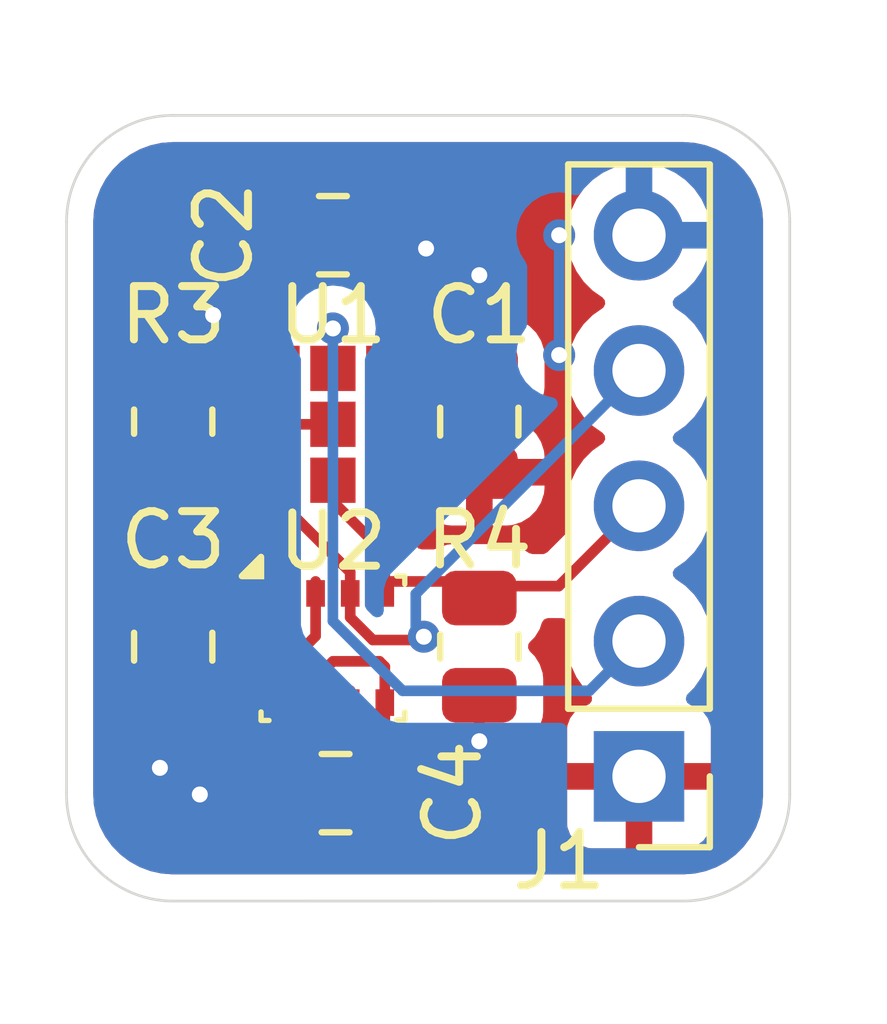
<source format=kicad_pcb>
(kicad_pcb (version 20240108) (generator "pcbnew") (generator_version "8.0")
  (layers (0 "F.Cu" signal) (31 "B.Cu" signal) (34 "B.Paste" user) (35 "F.Paste" user) (36 "B.SilkS" user "B.Silkscreen") (37 "F.SilkS" user "F.Silkscreen") (38 "B.Mask" user) (39 "F.Mask" user) (44 "Edge.Cuts" user))
  (net 0 "")
  (net 1 "GND")
  (net 2 "+3.3V")
  (net 3 "SDA")
  (net 4 "SCL")
  (net 5 "INTn")
  (footprint "Capacitor_SMD:C_0805_2012Metric" (layer "F.Cu") (at 142.55375 71.89125)
    (property "Reference" "C4" (at 2.2 0 90) (layer "F.SilkS"))
    (property "Value" "100n")
    (fp_line (start -0.261252 -0.735) (end 0.261252 -0.735) (stroke (width 0.12)) (layer "F.SilkS"))
    (fp_line (start -0.261252 0.735) (end 0.261252 0.735) (stroke (width 0.12)) (layer "F.SilkS"))
    (pad "1" smd roundrect (at -0.95 0) (size 1 1.45) (layers "F.Cu" "F.Paste" "F.Mask") (net 2 "+3.3V"))
    (pad "2" smd roundrect (at 0.95 0) (size 1 1.45) (layers "F.Cu" "F.Paste" "F.Mask") (net 1 "GND"))
  )
  (footprint "Package_LGA:Bosch_LGA-8_2.5x2.5mm_P0.65mm_ClockwisePinNumbering" (layer "F.Cu") (at 142.50375 69.16625)
    (property "Reference" "U2" (at 0 -2 0) (layer "F.SilkS"))
    (property "Value" "BME280")
    (fp_line (start -1.35 1.35) (end -1.35 1.2) (stroke (width 0.1)) (layer "F.SilkS"))
    (fp_line (start -1.35 1.36) (end -1.2 1.36) (stroke (width 0.1)) (layer "F.SilkS"))
    (fp_line (start 1.2 -1.35) (end 1.35 -1.35) (stroke (width 0.1)) (layer "F.SilkS"))
    (fp_line (start 1.35 -1.35) (end 1.35 -1.2) (stroke (width 0.1)) (layer "F.SilkS"))
    (fp_line (start 1.35 1.35) (end 1.2 1.35) (stroke (width 0.1)) (layer "F.SilkS"))
    (fp_line (start 1.35 1.35) (end 1.35 1.2) (stroke (width 0.1)) (layer "F.SilkS"))
    (fp_poly (pts (xy -1.35 -1.35) (xy -1.71 -1.35) (xy -1.35 -1.71) (xy -1.35 -1.35)) (stroke (width 0.12)) (fill solid) (layer "F.SilkS"))
    (pad "1" smd rect (at -0.975 -1.025 90) (size 0.5 0.35) (layers "F.Cu" "F.Paste" "F.Mask") (net 1 "GND"))
    (pad "2" smd rect (at -0.325 -1.025 90) (size 0.5 0.35) (layers "F.Cu" "F.Paste" "F.Mask") (net 2 "+3.3V"))
    (pad "3" smd rect (at 0.325 -1.025 90) (size 0.5 0.35) (layers "F.Cu" "F.Paste" "F.Mask") (net 3 "SDA"))
    (pad "4" smd rect (at 0.975 -1.025 90) (size 0.5 0.35) (layers "F.Cu" "F.Paste" "F.Mask") (net 4 "SCL"))
    (pad "5" smd rect (at 0.975 1.025 90) (size 0.5 0.35) (layers "F.Cu" "F.Paste" "F.Mask") (net 1 "GND"))
    (pad "6" smd rect (at 0.325 1.025 90) (size 0.5 0.35) (layers "F.Cu" "F.Paste" "F.Mask") (net 2 "+3.3V"))
    (pad "7" smd rect (at -0.325 1.025 90) (size 0.5 0.35) (layers "F.Cu" "F.Paste" "F.Mask") (net 1 "GND"))
    (pad "8" smd rect (at -0.975 1.025 90) (size 0.5 0.35) (layers "F.Cu" "F.Paste" "F.Mask") (net 2 "+3.3V"))
  )
  (footprint "ENS160_footprint:ENS-160" (layer "F.Cu") (at 142.50375 64.96625 90)
    (property "Reference" "U1" (at 2.05 0 0) (layer "F.SilkS"))
    (property "Value" "ENS160-BGLM")
    (pad "1" smd rect (at -1.05 -1.05 90) (size 0.85 0.85) (layers "F.Cu" "F.Paste" "F.Mask") (net 3 "SDA"))
    (pad "2" smd rect (at -1.05 0 90) (size 0.85 0.85) (layers "F.Cu" "F.Paste" "F.Mask") (net 4 "SCL"))
    (pad "3" smd rect (at -1.05 1.05 90) (size 0.85 0.85) (layers "F.Cu" "F.Paste" "F.Mask") (net 1 "GND"))
    (pad "4" smd rect (at 0 1.05 90) (size 0.85 0.85) (layers "F.Cu" "F.Paste" "F.Mask") (net 2 "+3.3V"))
    (pad "5" smd rect (at 1.05 1.05 90) (size 0.85 0.85) (layers "F.Cu" "F.Paste" "F.Mask") (net 2 "+3.3V"))
    (pad "6" smd rect (at 1.05 0 90) (size 0.85 0.85) (layers "F.Cu" "F.Paste" "F.Mask") (net 5 "INTn"))
    (pad "7" smd rect (at 1.05 -1.05 180) (size 0.85 0.85) (layers "F.Cu" "F.Paste" "F.Mask") (net 2 "+3.3V"))
    (pad "8" smd rect (at 0 -1.05 90) (size 0.85 0.85) (layers "F.Cu" "F.Paste" "F.Mask") (net 1 "GND"))
    (pad "9" smd rect (at 0 0 90) (size 0.85 0.85) (layers "F.Cu" "F.Paste" "F.Mask") (net 1 "GND"))
  )
  (footprint "Connector_PinHeader_2.54mm:PinHeader_1x05_P2.54mm_Vertical" (layer "F.Cu") (at 148.25375 71.57625 180)
    (property "Reference" "J1" (at 1.5 -1.59 180) (layer "F.SilkS"))
    (property "Value" "Conn_01x05")
    (fp_line (start 1.33 1.27) (end 1.33 11.49) (stroke (width 0.12)) (layer "F.SilkS"))
    (fp_line (start -1.33 11.49) (end 1.33 11.49) (stroke (width 0.12)) (layer "F.SilkS"))
    (fp_line (start -1.33 1.27) (end 1.33 1.27) (stroke (width 0.12)) (layer "F.SilkS"))
    (fp_line (start -1.33 1.27) (end -1.33 11.49) (stroke (width 0.12)) (layer "F.SilkS"))
    (fp_line (start -1.33 0) (end -1.33 -1.33) (stroke (width 0.12)) (layer "F.SilkS"))
    (fp_line (start -1.33 -1.33) (end 0 -1.33) (stroke (width 0.12)) (layer "F.SilkS"))
    (pad "1" thru_hole rect (at 0 0 180) (size 1.7 1.7) (drill 1) (layers "*.Cu" "*.Mask") (net 1 "GND"))
    (pad "2" thru_hole oval (at 0 2.54 180) (size 1.7 1.7) (drill 1) (layers "*.Cu" "*.Mask") (net 5 "INTn"))
    (pad "3" thru_hole oval (at 0 5.08 180) (size 1.7 1.7) (drill 1) (layers "*.Cu" "*.Mask") (net 4 "SCL"))
    (pad "4" thru_hole oval (at 0 7.62 180) (size 1.7 1.7) (drill 1) (layers "*.Cu" "*.Mask") (net 3 "SDA"))
    (pad "5" thru_hole oval (at 0 10.16 180) (size 1.7 1.7) (drill 1) (layers "*.Cu" "*.Mask") (net 2 "+3.3V"))
  )
  (footprint "Resistor_SMD:R_0805_2012Metric" (layer "F.Cu") (at 139.50375 64.91625 -90)
    (property "Reference" "R3" (at -2 0 180) (layer "F.SilkS"))
    (property "Value" "4.7k")
    (fp_line (start -0.227064 0.735) (end 0.227064 0.735) (stroke (width 0.12)) (layer "F.SilkS"))
    (fp_line (start -0.227064 -0.735) (end 0.227064 -0.735) (stroke (width 0.12)) (layer "F.SilkS"))
    (pad "1" smd roundrect (at -0.9125 0 270) (size 1.025 1.4) (layers "F.Cu" "F.Paste" "F.Mask") (roundrect_rratio 0.243902) (net 2 "+3.3V"))
    (pad "2" smd roundrect (at 0.9125 0 270) (size 1.025 1.4) (layers "F.Cu" "F.Paste" "F.Mask") (roundrect_rratio 0.243902) (net 3 "SDA"))
  )
  (footprint "Resistor_SMD:R_0805_2012Metric" (layer "F.Cu") (at 145.25375 69.14125 90)
    (property "Reference" "R4" (at 2 0 0) (layer "F.SilkS"))
    (property "Value" "4.7k")
    (fp_line (start -0.227064 -0.735) (end 0.227064 -0.735) (stroke (width 0.12)) (layer "F.SilkS"))
    (fp_line (start -0.227064 0.735) (end 0.227064 0.735) (stroke (width 0.12)) (layer "F.SilkS"))
    (pad "1" smd roundrect (at -0.9125 0 90) (size 1.025 1.4) (layers "F.Cu" "F.Paste" "F.Mask") (roundrect_rratio 0.243902) (net 2 "+3.3V"))
    (pad "2" smd roundrect (at 0.9125 0 90) (size 1.025 1.4) (layers "F.Cu" "F.Paste" "F.Mask") (roundrect_rratio 0.243902) (net 4 "SCL"))
  )
  (footprint "Capacitor_SMD:C_0805_2012Metric" (layer "F.Cu") (at 139.50375 69.14125 90)
    (property "Reference" "C3" (at 2 0 180) (layer "F.SilkS"))
    (property "Value" "100n")
    (fp_line (start -0.261252 -0.735) (end 0.261252 -0.735) (stroke (width 0.12)) (layer "F.SilkS"))
    (fp_line (start -0.261252 0.735) (end 0.261252 0.735) (stroke (width 0.12)) (layer "F.SilkS"))
    (pad "1" smd roundrect (at -0.95 0 90) (size 1 1.45) (layers "F.Cu" "F.Paste" "F.Mask") (net 2 "+3.3V"))
    (pad "2" smd roundrect (at 0.95 0 90) (size 1 1.45) (layers "F.Cu" "F.Paste" "F.Mask") (net 1 "GND"))
  )
  (footprint "Capacitor_SMD:C_0805_2012Metric" (layer "F.Cu") (at 142.50375 61.41625 180)
    (property "Reference" "C2" (at 2.05 0 90) (layer "F.SilkS"))
    (property "Value" "100n")
    (fp_line (start -0.261252 0.735) (end 0.261252 0.735) (stroke (width 0.12)) (layer "F.SilkS"))
    (fp_line (start -0.261252 -0.735) (end 0.261252 -0.735) (stroke (width 0.12)) (layer "F.SilkS"))
    (pad "1" smd roundrect (at -0.95 0 180) (size 1 1.45) (layers "F.Cu" "F.Paste" "F.Mask") (net 2 "+3.3V"))
    (pad "2" smd roundrect (at 0.95 0 180) (size 1 1.45) (layers "F.Cu" "F.Paste" "F.Mask") (net 1 "GND"))
  )
  (footprint "Capacitor_SMD:C_0805_2012Metric" (layer "F.Cu") (at 145.25375 64.91625 -90)
    (property "Reference" "C1" (at -2 0 180) (layer "F.SilkS"))
    (property "Value" "10n")
    (fp_line (start -0.261252 0.735) (end 0.261252 0.735) (stroke (width 0.12)) (layer "F.SilkS"))
    (fp_line (start -0.261252 -0.735) (end 0.261252 -0.735) (stroke (width 0.12)) (layer "F.SilkS"))
    (pad "1" smd roundrect (at -0.95 0 270) (size 1 1.45) (layers "F.Cu" "F.Paste" "F.Mask") (net 2 "+3.3V"))
    (pad "2" smd roundrect (at 0.95 0 270) (size 1 1.45) (layers "F.Cu" "F.Paste" "F.Mask") (net 1 "GND"))
  )
  (gr_line (start 149.085786 59.16625) (end 139.5 59.16625) (stroke (width 0.05)) (layer "Edge.Cuts"))
  (gr_line (start 137.5 71.875) (end 137.5 61.16625) (stroke (width 0.05)) (layer "Edge.Cuts"))
  (gr_line (start 139.5 73.916675) (end 149.085786 73.91625) (stroke (width 0.05)) (layer "Edge.Cuts"))
  (gr_arc (start 137.5 61.16625) (mid 138.085786 59.752036) (end 139.5 59.16625) (stroke (width 0.05)) (layer "Edge.Cuts"))
  (gr_line (start 151.085786 71.91625) (end 151.085786 61.16625) (stroke (width 0.05)) (layer "Edge.Cuts"))
  (gr_arc (start 149.085786 59.16625) (mid 150.5 59.752036) (end 151.085786 61.16625) (stroke (width 0.05)) (layer "Edge.Cuts"))
  (gr_arc (start 151.085786 71.91625) (mid 150.5 73.330464) (end 149.085786 73.91625) (stroke (width 0.05)) (layer "Edge.Cuts"))
  (gr_arc (start 139.5 73.916675) (mid 138.070976 73.316104) (end 137.5 71.875) (stroke (width 0.05)) (layer "Edge.Cuts"))
  (segment (start 145.35375 66.01625) (end 145.50375 65.86625) (width 0.2) (layer "F.Cu") (net 1))
  (segment (start 145.25375 65.86625) (end 146.75375 64.36625) (width 0.2) (layer "F.Cu") (net 1))
  (segment (start 143.55375 66.01625) (end 145.35375 66.01625) (width 0.2) (layer "F.Cu") (net 1))
  (segment (start 139.30375 67.91625) (end 139.25375 67.96625) (width 0.2) (layer "F.Cu") (net 1))
  (segment (start 146.75375 64.36625) (end 146.75375 63.66625) (width 0.2) (layer "F.Cu") (net 1))
  (segment (start 143.47875 71.64125) (end 143.50375 71.66625) (width 0.2) (layer "F.Cu") (net 1))
  (segment (start 141.45375 64.96625) (end 142.50375 64.96625) (width 0.2) (layer "F.Cu") (net 1))
  (segment (start 142.17875 69.96625) (end 142.17875 69.74125) (width 0.2) (layer "F.Cu") (net 1))
  (segment (start 143.47875 69.51625) (end 143.47875 69.96625) (width 0.2) (layer "F.Cu") (net 1))
  (segment (start 143.47875 69.96625) (end 143.47875 71.64125) (width 0.2) (layer "F.Cu") (net 1))
  (segment (start 143.37875 69.41625) (end 143.47875 69.51625) (width 0.2) (layer "F.Cu") (net 1))
  (segment (start 142.50375 69.41625) (end 143.37875 69.41625) (width 0.2) (layer "F.Cu") (net 1))
  (segment (start 141.45375 64.96625) (end 138.28375 64.96625) (width 0.2) (layer "F.Cu") (net 1))
  (segment (start 142.17875 69.74125) (end 142.50375 69.41625) (width 0.2) (layer "F.Cu") (net 1))
  (segment (start 141.52875 67.91625) (end 139.30375 67.91625) (width 0.2) (layer "F.Cu") (net 1))
  (via (at 146.75375 61.41625) (size 0.6) (drill 0.3) (layers "F.Cu" "B.Cu") (net 1))
  (via (at 146.75375 63.66625) (size 0.6) (drill 0.3) (layers "F.Cu" "B.Cu") (net 1))
  (segment (start 146.75375 63.66625) (end 146.75375 61.41625) (width 0.2) (layer "B.Cu") (net 1))
  (segment (start 140.00375 71.91625) (end 141.35375 71.91625) (width 0.2) (layer "F.Cu") (net 2))
  (segment (start 139.25375 64.00375) (end 141.36625 64.00375) (width 0.2) (layer "F.Cu") (net 2))
  (segment (start 143.55375 62.21625) (end 143.25375 61.91625) (width 0.2) (layer "F.Cu") (net 2))
  (segment (start 142.17875 68.94125) (end 141.52875 69.59125) (width 0.2) (layer "F.Cu") (net 2))
  (segment (start 145.25375 63.96625) (end 145.25375 62.16625) (width 0.2) (layer "F.Cu") (net 2))
  (segment (start 143.55375 63.91625) (end 143.55375 62.21625) (width 0.2) (layer "F.Cu") (net 2))
  (segment (start 145.50375 63.96625) (end 144.55375 63.96625) (width 0.2) (layer "F.Cu") (net 2))
  (segment (start 141.52875 69.96625) (end 139.35375 69.96625) (width 0.2) (layer "F.Cu") (net 2))
  (segment (start 142.17875 67.91625) (end 142.17875 68.94125) (width 0.2) (layer "F.Cu") (net 2))
  (segment (start 145.25375 69.82875) (end 145.25375 70.91625) (width 0.2) (layer "F.Cu") (net 2))
  (segment (start 141.36625 64.00375) (end 141.45375 63.91625) (width 0.2) (layer "F.Cu") (net 2))
  (segment (start 142.82875 69.96625) (end 142.82875 70.44125) (width 0.2) (layer "F.Cu") (net 2))
  (segment (start 141.52875 69.59125) (end 141.52875 69.96625) (width 0.2) (layer "F.Cu") (net 2))
  (segment (start 142.82875 70.44125) (end 141.60375 71.66625) (width 0.2) (layer "F.Cu") (net 2))
  (segment (start 139.35375 69.96625) (end 139.25375 69.86625) (width 0.2) (layer "F.Cu") (net 2))
  (segment (start 139.25375 63.91625) (end 139.25375 64.00375) (width 0.2) (layer "F.Cu") (net 2))
  (segment (start 141.35375 71.91625) (end 141.60375 71.66625) (width 0.2) (layer "F.Cu") (net 2))
  (segment (start 139.25375 69.86625) (end 139.25375 71.41625) (width 0.2) (layer "F.Cu") (net 2))
  (segment (start 143.50375 61.66625) (end 143.25375 61.91625) (width 0.2) (layer "F.Cu") (net 2))
  (segment (start 140.25375 62.91625) (end 139.25375 63.91625) (width 0.2) (layer "F.Cu") (net 2))
  (segment (start 144.25375 61.66625) (end 143.50375 61.66625) (width 0.2) (layer "F.Cu") (net 2))
  (segment (start 144.55375 63.96625) (end 143.55375 64.96625) (width 0.2) (layer "F.Cu") (net 2))
  (via (at 139.25375 71.41625) (size 0.6) (drill 0.3) (layers "F.Cu" "B.Cu") (net 2))
  (via (at 144.25375 61.66625) (size 0.6) (drill 0.3) (layers "F.Cu" "B.Cu") (net 2))
  (via (at 145.25375 70.91625) (size 0.6) (drill 0.3) (layers "F.Cu" "B.Cu") (net 2))
  (via (at 140.25375 62.91625) (size 0.6) (drill 0.3) (layers "F.Cu" "B.Cu") (net 2))
  (via (at 140.00375 71.91625) (size 0.6) (drill 0.3) (layers "F.Cu" "B.Cu") (net 2))
  (via (at 145.25375 62.16625) (size 0.6) (drill 0.3) (layers "F.Cu" "B.Cu") (net 2))
  (segment (start 144.149264 69.01625) (end 143.25375 69.01625) (width 0.2) (layer "F.Cu") (net 3))
  (segment (start 144.211192 68.954322) (end 144.149264 69.01625) (width 0.2) (layer "F.Cu") (net 3))
  (segment (start 139.44125 66.01625) (end 139.25375 65.82875) (width 0.2) (layer "F.Cu") (net 3))
  (segment (start 143.25375 69.01625) (end 142.82875 68.59125) (width 0.2) (layer "F.Cu") (net 3))
  (segment (start 141.45375 66.01625) (end 139.44125 66.01625) (width 0.2) (layer "F.Cu") (net 3))
  (segment (start 142.82875 68.59125) (end 142.82875 68.14125) (width 0.2) (layer "F.Cu") (net 3))
  (segment (start 144.211192 68.954322) (end 144.183225 68.926355) (width 0.2) (layer "F.Cu") (net 3))
  (segment (start 141.45375 66.01625) (end 141.45375 66.36625) (width 0.2) (layer "F.Cu") (net 3))
  (segment (start 142.82875 67.74125) (end 142.82875 68.14125) (width 0.2) (layer "F.Cu") (net 3))
  (segment (start 141.45375 66.36625) (end 142.82875 67.74125) (width 0.2) (layer "F.Cu") (net 3))
  (via (at 144.211192 68.954322) (size 0.6) (drill 0.3) (layers "F.Cu" "B.Cu") (net 3))
  (segment (start 144.060505 68.803635) (end 144.060505 68.149495) (width 0.2) (layer "B.Cu") (net 3))
  (segment (start 144.060505 68.149495) (end 148.25375 63.95625) (width 0.2) (layer "B.Cu") (net 3))
  (segment (start 144.211192 68.954322) (end 144.060505 68.803635) (width 0.2) (layer "B.Cu") (net 3))
  (segment (start 143.47875 67.91625) (end 145.16625 67.91625) (width 0.2) (layer "F.Cu") (net 4))
  (segment (start 146.74625 68.00375) (end 148.25375 66.49625) (width 0.2) (layer "F.Cu") (net 4))
  (segment (start 143.47875 67.39125) (end 143.47875 67.91625) (width 0.2) (layer "F.Cu") (net 4))
  (segment (start 142.50375 66.41625) (end 143.47875 67.39125) (width 0.2) (layer "F.Cu") (net 4))
  (segment (start 145.25375 68.00375) (end 146.74625 68.00375) (width 0.2) (layer "F.Cu") (net 4))
  (segment (start 145.16625 67.91625) (end 145.25375 68.00375) (width 0.2) (layer "F.Cu") (net 4))
  (segment (start 142.50375 66.01625) (end 142.50375 66.41625) (width 0.2) (layer "F.Cu") (net 4))
  (segment (start 142.50375 63.91625) (end 142.50375 63.16625) (width 0.2) (layer "F.Cu") (net 5))
  (via (at 142.50375 63.16625) (size 0.6) (drill 0.3) (layers "F.Cu" "B.Cu") (net 5))
  (segment (start 142.50375 63.16625) (end 142.50375 68.661183) (width 0.2) (layer "B.Cu") (net 5))
  (segment (start 143.811976 69.969409) (end 147.320591 69.969409) (width 0.2) (layer "B.Cu") (net 5))
  (segment (start 142.50375 68.661183) (end 143.811976 69.969409) (width 0.2) (layer "B.Cu") (net 5))
  (segment (start 147.320591 69.969409) (end 148.25375 69.03625) (width 0.2) (layer "B.Cu") (net 5))
  (zone (net 1) (net_name "GND") (layer "F.Cu") (connect_pads (clearance 0.5)) (min_thickness 0.25) (fill yes (thermal_gap 0.5) (thermal_bridge_width 0.5))
    (polygon (pts (xy 136.25 57) (xy 152.25 57) (xy 152.25 76.25) (xy 136.25 76.25)))
  )
  (zone (net 2) (net_name "+3.3V") (layer "B.Cu") (connect_pads (clearance 0.5)) (min_thickness 0.25) (fill yes (thermal_gap 0.5) (thermal_bridge_width 0.5))
    (polygon (pts (xy 136.25 57) (xy 152.25 57) (xy 152.25 76.25) (xy 136.25 76.25)))
  )
)
</source>
